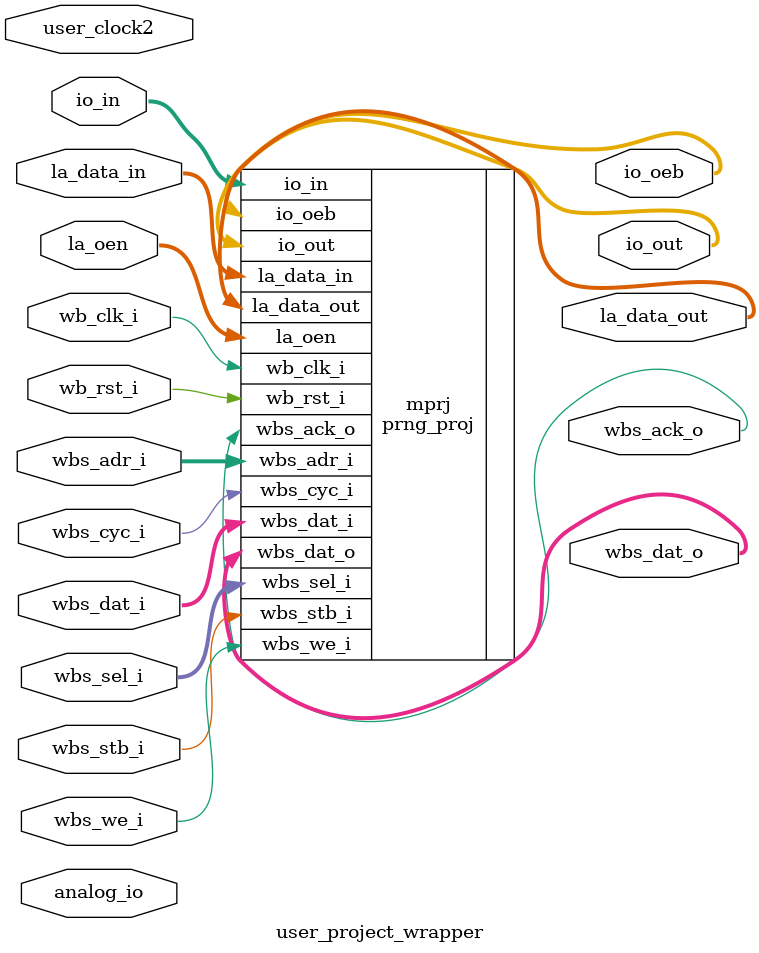
<source format=v>
/* Generated by Yosys 0.9+3621 (git sha1 84e9fa7, gcc 8.3.1 -fPIC -Os) */

module user_project_wrapper(wb_clk_i, wb_rst_i, wbs_stb_i, wbs_cyc_i, wbs_we_i, wbs_sel_i, wbs_dat_i, wbs_adr_i, wbs_ack_o, wbs_dat_o, la_data_in, la_data_out, la_oen, io_in, io_out, io_oeb, analog_io, user_clock2);
  inout [30:0] analog_io;
  input [37:0] io_in;
  output [37:0] io_oeb;
  output [37:0] io_out;
  input [127:0] la_data_in;
  output [127:0] la_data_out;
  input [127:0] la_oen;
  input user_clock2;
  input wb_clk_i;
  input wb_rst_i;
  output wbs_ack_o;
  input [31:0] wbs_adr_i;
  input wbs_cyc_i;
  input [31:0] wbs_dat_i;
  output [31:0] wbs_dat_o;
  input [3:0] wbs_sel_i;
  input wbs_stb_i;
  input wbs_we_i;
  prng_proj mprj (
    .io_in(io_in),
    .io_oeb(io_oeb),
    .io_out(io_out),
    .la_data_in(la_data_in),
    .la_data_out(la_data_out),
    .la_oen(la_oen),
    .wb_clk_i(wb_clk_i),
    .wb_rst_i(wb_rst_i),
    .wbs_ack_o(wbs_ack_o),
    .wbs_adr_i(wbs_adr_i),
    .wbs_cyc_i(wbs_cyc_i),
    .wbs_dat_i(wbs_dat_i),
    .wbs_dat_o(wbs_dat_o),
    .wbs_sel_i(wbs_sel_i),
    .wbs_stb_i(wbs_stb_i),
    .wbs_we_i(wbs_we_i)
  );
endmodule

</source>
